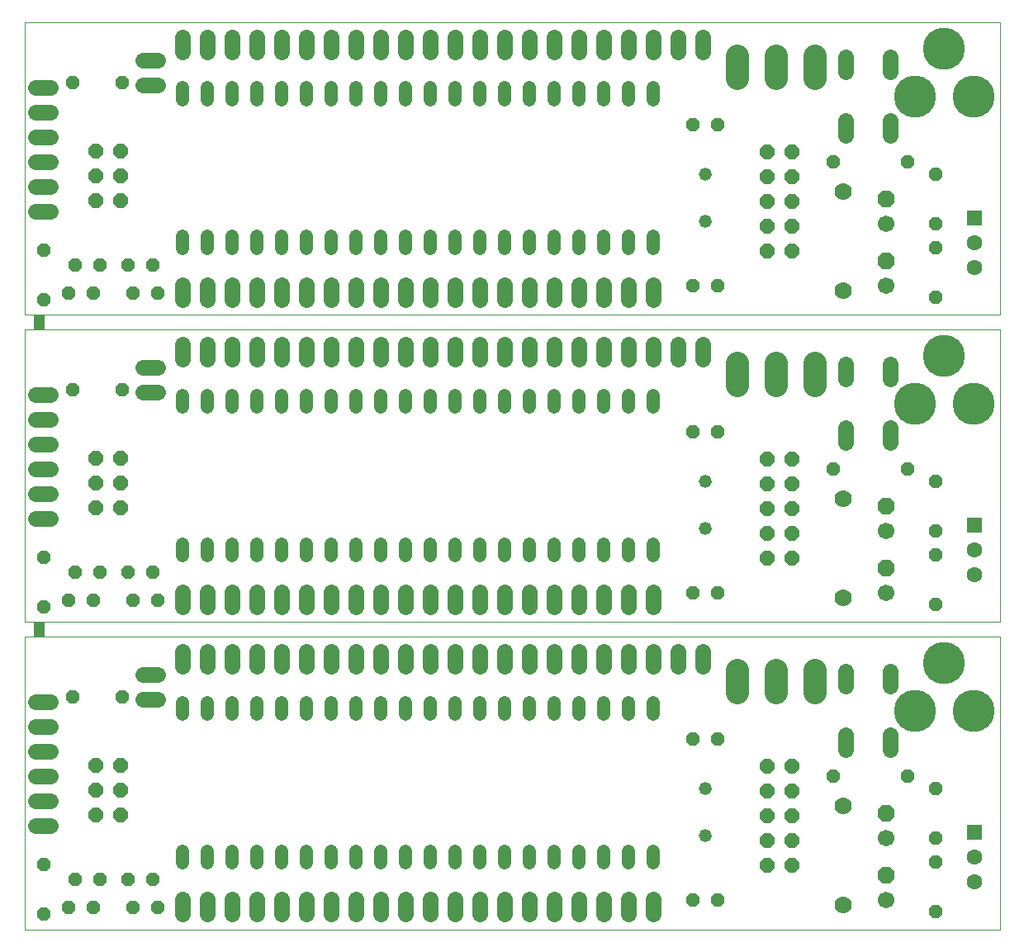
<source format=gbs>
G75*
G70*
%OFA0B0*%
%FSLAX24Y24*%
%IPPOS*%
%LPD*%
%AMOC8*
5,1,8,0,0,1.08239X$1,22.5*
%
%ADD10C,0.0000*%
%ADD11R,0.0394X0.0591*%
%ADD12C,0.0000*%
%ADD13C,0.0520*%
%ADD14OC8,0.0520*%
%ADD15OC8,0.0580*%
%ADD16C,0.0640*%
%ADD17C,0.0520*%
%ADD18C,0.0700*%
%ADD19R,0.0631X0.0631*%
%ADD20C,0.0631*%
%ADD21OC8,0.0670*%
%ADD22C,0.0670*%
%ADD23C,0.0926*%
%ADD24C,0.1700*%
%ADD25C,0.0000*%
%ADD26C,0.0520*%
%ADD27OC8,0.0520*%
%ADD28OC8,0.0580*%
%ADD29C,0.0640*%
%ADD30C,0.0520*%
%ADD31C,0.0700*%
%ADD32R,0.0631X0.0631*%
%ADD33C,0.0631*%
%ADD34OC8,0.0670*%
%ADD35C,0.0670*%
%ADD36C,0.0926*%
%ADD37C,0.1700*%
%ADD38C,0.0000*%
%ADD39C,0.0520*%
%ADD40OC8,0.0520*%
%ADD41OC8,0.0580*%
%ADD42C,0.0640*%
%ADD43C,0.0520*%
%ADD44C,0.0700*%
%ADD45R,0.0631X0.0631*%
%ADD46C,0.0631*%
%ADD47OC8,0.0670*%
%ADD48C,0.0670*%
%ADD49C,0.0926*%
%ADD50C,0.1700*%
D10*
X000100Y000100D02*
X000100Y011911D01*
X000494Y011911D01*
X000494Y012502D01*
X000100Y012502D01*
X000100Y024313D01*
X000494Y024313D01*
X000494Y024903D01*
X000100Y024903D01*
X000100Y036714D01*
X039470Y036714D01*
X039470Y024903D01*
X000887Y024903D01*
X000887Y024313D01*
X039470Y024313D01*
X039470Y012502D01*
X000887Y012502D01*
X000887Y011911D01*
X039470Y011911D01*
X039470Y000100D01*
X000100Y000100D01*
D11*
X000691Y012206D03*
X000691Y024608D03*
D12*
X101Y100D02*
X101Y11911D01*
X39471Y11911D01*
X39471Y100D01*
X101Y100D01*
D13*
X6495Y2785D02*
X6495Y3265D01*
X7495Y3265D02*
X7495Y2785D01*
X8495Y2785D02*
X8495Y3265D01*
X9495Y3265D02*
X9495Y2785D01*
X10495Y2785D02*
X10495Y3265D01*
X11495Y3265D02*
X11495Y2785D01*
X12495Y2785D02*
X12495Y3265D01*
X13495Y3265D02*
X13495Y2785D01*
X14495Y2785D02*
X14495Y3265D01*
X15495Y3265D02*
X15495Y2785D01*
X16495Y2785D02*
X16495Y3265D01*
X17495Y3265D02*
X17495Y2785D01*
X18495Y2785D02*
X18495Y3265D01*
X19495Y3265D02*
X19495Y2785D01*
X20495Y2785D02*
X20495Y3265D01*
X21495Y3265D02*
X21495Y2785D01*
X22495Y2785D02*
X22495Y3265D01*
X23495Y3265D02*
X23495Y2785D01*
X24495Y2785D02*
X24495Y3265D01*
X25495Y3265D02*
X25495Y2785D01*
X25495Y8785D02*
X25495Y9265D01*
X24495Y9265D02*
X24495Y8785D01*
X23495Y8785D02*
X23495Y9265D01*
X22495Y9265D02*
X22495Y8785D01*
X21495Y8785D02*
X21495Y9265D01*
X20495Y9265D02*
X20495Y8785D01*
X19495Y8785D02*
X19495Y9265D01*
X18495Y9265D02*
X18495Y8785D01*
X17495Y8785D02*
X17495Y9265D01*
X16495Y9265D02*
X16495Y8785D01*
X15495Y8785D02*
X15495Y9265D01*
X14495Y9265D02*
X14495Y8785D01*
X13495Y8785D02*
X13495Y9265D01*
X12495Y9265D02*
X12495Y8785D01*
X11495Y8785D02*
X11495Y9265D01*
X10495Y9265D02*
X10495Y8785D01*
X9495Y8785D02*
X9495Y9265D01*
X8495Y9265D02*
X8495Y8785D01*
X7495Y8785D02*
X7495Y9265D01*
X6495Y9265D02*
X6495Y8785D01*
D14*
X4045Y9475D03*
X2045Y9475D03*
X895Y2725D03*
X2145Y2125D03*
X3145Y2125D03*
X4295Y2125D03*
X5295Y2125D03*
X5495Y975D03*
X4495Y975D03*
X2895Y975D03*
X1895Y975D03*
X895Y725D03*
X27095Y1275D03*
X28095Y1275D03*
X36895Y825D03*
X36895Y2825D03*
X36895Y3775D03*
X36895Y5775D03*
X35745Y6275D03*
X32745Y6275D03*
X28095Y7775D03*
X27095Y7775D03*
D15*
X30095Y6675D03*
X31095Y6675D03*
X31095Y5675D03*
X30095Y5675D03*
X30095Y4675D03*
X31095Y4675D03*
X31095Y3675D03*
X30095Y3675D03*
X30095Y2675D03*
X31095Y2675D03*
X3995Y4725D03*
X2995Y4725D03*
X2995Y5725D03*
X3995Y5725D03*
X3995Y6725D03*
X2995Y6725D03*
D16*
X1145Y6275D02*
X545Y6275D01*
X545Y5275D02*
X1145Y5275D01*
X1145Y4275D02*
X545Y4275D01*
X545Y7275D02*
X1145Y7275D01*
X1145Y8275D02*
X545Y8275D01*
X545Y9275D02*
X1145Y9275D01*
X4895Y9375D02*
X5495Y9375D01*
X5495Y10375D02*
X4895Y10375D01*
X6495Y10725D02*
X6495Y11325D01*
X7495Y11325D02*
X7495Y10725D01*
X8495Y10725D02*
X8495Y11325D01*
X9495Y11325D02*
X9495Y10725D01*
X10495Y10725D02*
X10495Y11325D01*
X11495Y11325D02*
X11495Y10725D01*
X12495Y10725D02*
X12495Y11325D01*
X13495Y11325D02*
X13495Y10725D01*
X14495Y10725D02*
X14495Y11325D01*
X15495Y11325D02*
X15495Y10725D01*
X16495Y10725D02*
X16495Y11325D01*
X17495Y11325D02*
X17495Y10725D01*
X18495Y10725D02*
X18495Y11325D01*
X19495Y11325D02*
X19495Y10725D01*
X20495Y10725D02*
X20495Y11325D01*
X21495Y11325D02*
X21495Y10725D01*
X22495Y10725D02*
X22495Y11325D01*
X23495Y11325D02*
X23495Y10725D01*
X24495Y10725D02*
X24495Y11325D01*
X25495Y11325D02*
X25495Y10725D01*
X26495Y10725D02*
X26495Y11325D01*
X27495Y11325D02*
X27495Y10725D01*
X33255Y10505D02*
X33255Y9905D01*
X35035Y9905D02*
X35035Y10505D01*
X35035Y7945D02*
X35035Y7345D01*
X33255Y7345D02*
X33255Y7945D01*
X25495Y1325D02*
X25495Y725D01*
X24495Y725D02*
X24495Y1325D01*
X23495Y1325D02*
X23495Y725D01*
X22495Y725D02*
X22495Y1325D01*
X21495Y1325D02*
X21495Y725D01*
X20495Y725D02*
X20495Y1325D01*
X19495Y1325D02*
X19495Y725D01*
X18495Y725D02*
X18495Y1325D01*
X17495Y1325D02*
X17495Y725D01*
X16495Y725D02*
X16495Y1325D01*
X15495Y1325D02*
X15495Y725D01*
X14495Y725D02*
X14495Y1325D01*
X13495Y1325D02*
X13495Y725D01*
X12495Y725D02*
X12495Y1325D01*
X11495Y1325D02*
X11495Y725D01*
X10495Y725D02*
X10495Y1325D01*
X9495Y1325D02*
X9495Y725D01*
X8495Y725D02*
X8495Y1325D01*
X7495Y1325D02*
X7495Y725D01*
X6495Y725D02*
X6495Y1325D01*
D17*
X27595Y3875D03*
X27595Y5775D03*
D18*
X33145Y5075D03*
X33145Y1075D03*
D19*
X38445Y4025D03*
D20*
X38445Y3025D03*
X38445Y2025D03*
D21*
X34895Y2275D03*
X34895Y4775D03*
D22*
X34895Y3775D03*
X34895Y1275D03*
D23*
X32022Y9656D02*
X32022Y10542D01*
X30451Y10546D02*
X30451Y9660D01*
X28880Y9660D02*
X28880Y10546D01*
D24*
X36051Y8925D03*
X38414Y8925D03*
X37213Y10854D03*
D25*
X101Y12502D02*
X101Y24313D01*
X39471Y24313D01*
X39471Y12502D01*
X101Y12502D01*
D26*
X6495Y15187D02*
X6495Y15667D01*
X7495Y15667D02*
X7495Y15187D01*
X8495Y15187D02*
X8495Y15667D01*
X9495Y15667D02*
X9495Y15187D01*
X10495Y15187D02*
X10495Y15667D01*
X11495Y15667D02*
X11495Y15187D01*
X12495Y15187D02*
X12495Y15667D01*
X13495Y15667D02*
X13495Y15187D01*
X14495Y15187D02*
X14495Y15667D01*
X15495Y15667D02*
X15495Y15187D01*
X16495Y15187D02*
X16495Y15667D01*
X17495Y15667D02*
X17495Y15187D01*
X18495Y15187D02*
X18495Y15667D01*
X19495Y15667D02*
X19495Y15187D01*
X20495Y15187D02*
X20495Y15667D01*
X21495Y15667D02*
X21495Y15187D01*
X22495Y15187D02*
X22495Y15667D01*
X23495Y15667D02*
X23495Y15187D01*
X24495Y15187D02*
X24495Y15667D01*
X25495Y15667D02*
X25495Y15187D01*
X25495Y21187D02*
X25495Y21667D01*
X24495Y21667D02*
X24495Y21187D01*
X23495Y21187D02*
X23495Y21667D01*
X22495Y21667D02*
X22495Y21187D01*
X21495Y21187D02*
X21495Y21667D01*
X20495Y21667D02*
X20495Y21187D01*
X19495Y21187D02*
X19495Y21667D01*
X18495Y21667D02*
X18495Y21187D01*
X17495Y21187D02*
X17495Y21667D01*
X16495Y21667D02*
X16495Y21187D01*
X15495Y21187D02*
X15495Y21667D01*
X14495Y21667D02*
X14495Y21187D01*
X13495Y21187D02*
X13495Y21667D01*
X12495Y21667D02*
X12495Y21187D01*
X11495Y21187D02*
X11495Y21667D01*
X10495Y21667D02*
X10495Y21187D01*
X9495Y21187D02*
X9495Y21667D01*
X8495Y21667D02*
X8495Y21187D01*
X7495Y21187D02*
X7495Y21667D01*
X6495Y21667D02*
X6495Y21187D01*
D27*
X4045Y21877D03*
X2045Y21877D03*
X895Y15127D03*
X2145Y14527D03*
X3145Y14527D03*
X4295Y14527D03*
X5295Y14527D03*
X5495Y13377D03*
X4495Y13377D03*
X2895Y13377D03*
X1895Y13377D03*
X895Y13127D03*
X27095Y13677D03*
X28095Y13677D03*
X36895Y13227D03*
X36895Y15227D03*
X36895Y16177D03*
X36895Y18177D03*
X35745Y18677D03*
X32745Y18677D03*
X28095Y20177D03*
X27095Y20177D03*
D28*
X30095Y19077D03*
X31095Y19077D03*
X31095Y18077D03*
X30095Y18077D03*
X30095Y17077D03*
X31095Y17077D03*
X31095Y16077D03*
X30095Y16077D03*
X30095Y15077D03*
X31095Y15077D03*
X3995Y17127D03*
X2995Y17127D03*
X2995Y18127D03*
X3995Y18127D03*
X3995Y19127D03*
X2995Y19127D03*
D29*
X1145Y18677D02*
X545Y18677D01*
X545Y17677D02*
X1145Y17677D01*
X1145Y16677D02*
X545Y16677D01*
X545Y19677D02*
X1145Y19677D01*
X1145Y20677D02*
X545Y20677D01*
X545Y21677D02*
X1145Y21677D01*
X4895Y21777D02*
X5495Y21777D01*
X5495Y22777D02*
X4895Y22777D01*
X6495Y23127D02*
X6495Y23727D01*
X7495Y23727D02*
X7495Y23127D01*
X8495Y23127D02*
X8495Y23727D01*
X9495Y23727D02*
X9495Y23127D01*
X10495Y23127D02*
X10495Y23727D01*
X11495Y23727D02*
X11495Y23127D01*
X12495Y23127D02*
X12495Y23727D01*
X13495Y23727D02*
X13495Y23127D01*
X14495Y23127D02*
X14495Y23727D01*
X15495Y23727D02*
X15495Y23127D01*
X16495Y23127D02*
X16495Y23727D01*
X17495Y23727D02*
X17495Y23127D01*
X18495Y23127D02*
X18495Y23727D01*
X19495Y23727D02*
X19495Y23127D01*
X20495Y23127D02*
X20495Y23727D01*
X21495Y23727D02*
X21495Y23127D01*
X22495Y23127D02*
X22495Y23727D01*
X23495Y23727D02*
X23495Y23127D01*
X24495Y23127D02*
X24495Y23727D01*
X25495Y23727D02*
X25495Y23127D01*
X26495Y23127D02*
X26495Y23727D01*
X27495Y23727D02*
X27495Y23127D01*
X33255Y22907D02*
X33255Y22307D01*
X35035Y22307D02*
X35035Y22907D01*
X35035Y20347D02*
X35035Y19747D01*
X33255Y19747D02*
X33255Y20347D01*
X25495Y13727D02*
X25495Y13127D01*
X24495Y13127D02*
X24495Y13727D01*
X23495Y13727D02*
X23495Y13127D01*
X22495Y13127D02*
X22495Y13727D01*
X21495Y13727D02*
X21495Y13127D01*
X20495Y13127D02*
X20495Y13727D01*
X19495Y13727D02*
X19495Y13127D01*
X18495Y13127D02*
X18495Y13727D01*
X17495Y13727D02*
X17495Y13127D01*
X16495Y13127D02*
X16495Y13727D01*
X15495Y13727D02*
X15495Y13127D01*
X14495Y13127D02*
X14495Y13727D01*
X13495Y13727D02*
X13495Y13127D01*
X12495Y13127D02*
X12495Y13727D01*
X11495Y13727D02*
X11495Y13127D01*
X10495Y13127D02*
X10495Y13727D01*
X9495Y13727D02*
X9495Y13127D01*
X8495Y13127D02*
X8495Y13727D01*
X7495Y13727D02*
X7495Y13127D01*
X6495Y13127D02*
X6495Y13727D01*
D30*
X27595Y16277D03*
X27595Y18177D03*
D31*
X33145Y17477D03*
X33145Y13477D03*
D32*
X38445Y16427D03*
D33*
X38445Y15427D03*
X38445Y14427D03*
D34*
X34895Y14677D03*
X34895Y17177D03*
D35*
X34895Y16177D03*
X34895Y13677D03*
D36*
X32022Y22058D02*
X32022Y22944D01*
X30451Y22948D02*
X30451Y22062D01*
X28880Y22062D02*
X28880Y22948D01*
D37*
X36051Y21327D03*
X38414Y21327D03*
X37213Y23256D03*
D38*
X101Y24903D02*
X101Y36714D01*
X39471Y36714D01*
X39471Y24903D01*
X101Y24903D01*
D39*
X6495Y27588D02*
X6495Y28068D01*
X7495Y28068D02*
X7495Y27588D01*
X8495Y27588D02*
X8495Y28068D01*
X9495Y28068D02*
X9495Y27588D01*
X10495Y27588D02*
X10495Y28068D01*
X11495Y28068D02*
X11495Y27588D01*
X12495Y27588D02*
X12495Y28068D01*
X13495Y28068D02*
X13495Y27588D01*
X14495Y27588D02*
X14495Y28068D01*
X15495Y28068D02*
X15495Y27588D01*
X16495Y27588D02*
X16495Y28068D01*
X17495Y28068D02*
X17495Y27588D01*
X18495Y27588D02*
X18495Y28068D01*
X19495Y28068D02*
X19495Y27588D01*
X20495Y27588D02*
X20495Y28068D01*
X21495Y28068D02*
X21495Y27588D01*
X22495Y27588D02*
X22495Y28068D01*
X23495Y28068D02*
X23495Y27588D01*
X24495Y27588D02*
X24495Y28068D01*
X25495Y28068D02*
X25495Y27588D01*
X25495Y33588D02*
X25495Y34068D01*
X24495Y34068D02*
X24495Y33588D01*
X23495Y33588D02*
X23495Y34068D01*
X22495Y34068D02*
X22495Y33588D01*
X21495Y33588D02*
X21495Y34068D01*
X20495Y34068D02*
X20495Y33588D01*
X19495Y33588D02*
X19495Y34068D01*
X18495Y34068D02*
X18495Y33588D01*
X17495Y33588D02*
X17495Y34068D01*
X16495Y34068D02*
X16495Y33588D01*
X15495Y33588D02*
X15495Y34068D01*
X14495Y34068D02*
X14495Y33588D01*
X13495Y33588D02*
X13495Y34068D01*
X12495Y34068D02*
X12495Y33588D01*
X11495Y33588D02*
X11495Y34068D01*
X10495Y34068D02*
X10495Y33588D01*
X9495Y33588D02*
X9495Y34068D01*
X8495Y34068D02*
X8495Y33588D01*
X7495Y33588D02*
X7495Y34068D01*
X6495Y34068D02*
X6495Y33588D01*
D40*
X4045Y34278D03*
X2045Y34278D03*
X895Y27528D03*
X2145Y26928D03*
X3145Y26928D03*
X4295Y26928D03*
X5295Y26928D03*
X5495Y25778D03*
X4495Y25778D03*
X2895Y25778D03*
X1895Y25778D03*
X895Y25528D03*
X27095Y26078D03*
X28095Y26078D03*
X36895Y25628D03*
X36895Y27628D03*
X36895Y28578D03*
X36895Y30578D03*
X35745Y31078D03*
X32745Y31078D03*
X28095Y32578D03*
X27095Y32578D03*
D41*
X30095Y31478D03*
X31095Y31478D03*
X31095Y30478D03*
X30095Y30478D03*
X30095Y29478D03*
X31095Y29478D03*
X31095Y28478D03*
X30095Y28478D03*
X30095Y27478D03*
X31095Y27478D03*
X3995Y29528D03*
X2995Y29528D03*
X2995Y30528D03*
X3995Y30528D03*
X3995Y31528D03*
X2995Y31528D03*
D42*
X1145Y31078D02*
X545Y31078D01*
X545Y30078D02*
X1145Y30078D01*
X1145Y29078D02*
X545Y29078D01*
X545Y32078D02*
X1145Y32078D01*
X1145Y33078D02*
X545Y33078D01*
X545Y34078D02*
X1145Y34078D01*
X4895Y34178D02*
X5495Y34178D01*
X5495Y35178D02*
X4895Y35178D01*
X6495Y35528D02*
X6495Y36128D01*
X7495Y36128D02*
X7495Y35528D01*
X8495Y35528D02*
X8495Y36128D01*
X9495Y36128D02*
X9495Y35528D01*
X10495Y35528D02*
X10495Y36128D01*
X11495Y36128D02*
X11495Y35528D01*
X12495Y35528D02*
X12495Y36128D01*
X13495Y36128D02*
X13495Y35528D01*
X14495Y35528D02*
X14495Y36128D01*
X15495Y36128D02*
X15495Y35528D01*
X16495Y35528D02*
X16495Y36128D01*
X17495Y36128D02*
X17495Y35528D01*
X18495Y35528D02*
X18495Y36128D01*
X19495Y36128D02*
X19495Y35528D01*
X20495Y35528D02*
X20495Y36128D01*
X21495Y36128D02*
X21495Y35528D01*
X22495Y35528D02*
X22495Y36128D01*
X23495Y36128D02*
X23495Y35528D01*
X24495Y35528D02*
X24495Y36128D01*
X25495Y36128D02*
X25495Y35528D01*
X26495Y35528D02*
X26495Y36128D01*
X27495Y36128D02*
X27495Y35528D01*
X33255Y35308D02*
X33255Y34708D01*
X35035Y34708D02*
X35035Y35308D01*
X35035Y32748D02*
X35035Y32148D01*
X33255Y32148D02*
X33255Y32748D01*
X25495Y26128D02*
X25495Y25528D01*
X24495Y25528D02*
X24495Y26128D01*
X23495Y26128D02*
X23495Y25528D01*
X22495Y25528D02*
X22495Y26128D01*
X21495Y26128D02*
X21495Y25528D01*
X20495Y25528D02*
X20495Y26128D01*
X19495Y26128D02*
X19495Y25528D01*
X18495Y25528D02*
X18495Y26128D01*
X17495Y26128D02*
X17495Y25528D01*
X16495Y25528D02*
X16495Y26128D01*
X15495Y26128D02*
X15495Y25528D01*
X14495Y25528D02*
X14495Y26128D01*
X13495Y26128D02*
X13495Y25528D01*
X12495Y25528D02*
X12495Y26128D01*
X11495Y26128D02*
X11495Y25528D01*
X10495Y25528D02*
X10495Y26128D01*
X9495Y26128D02*
X9495Y25528D01*
X8495Y25528D02*
X8495Y26128D01*
X7495Y26128D02*
X7495Y25528D01*
X6495Y25528D02*
X6495Y26128D01*
D43*
X27595Y28678D03*
X27595Y30578D03*
D44*
X33145Y29878D03*
X33145Y25878D03*
D45*
X38445Y28828D03*
D46*
X38445Y27828D03*
X38445Y26828D03*
D47*
X34895Y27078D03*
X34895Y29578D03*
D48*
X34895Y28578D03*
X34895Y26078D03*
D49*
X32022Y34459D02*
X32022Y35345D01*
X30451Y35349D02*
X30451Y34463D01*
X28880Y34463D02*
X28880Y35349D01*
D50*
X36051Y33728D03*
X38414Y33728D03*
X37213Y35657D03*
M02*

</source>
